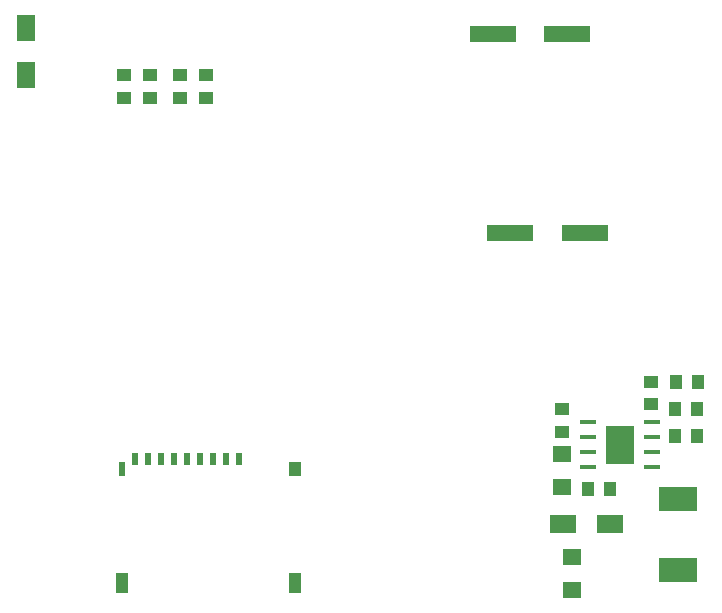
<source format=gbr>
G04 DipTrace 3.3.0.0*
G04 TopPaste.gbr*
%MOIN*%
G04 #@! TF.FileFunction,Paste,Top*
G04 #@! TF.Part,Single*
%ADD63R,0.095118X0.130157*%
%ADD65R,0.054961X0.015984*%
%ADD67R,0.058898X0.090394*%
%ADD71R,0.129764X0.084488*%
%ADD73R,0.023465X0.047087*%
%ADD75R,0.039213X0.047087*%
%ADD77R,0.039213X0.070709*%
%ADD79R,0.019528X0.04315*%
%ADD93R,0.090394X0.058898*%
%ADD99R,0.062835X0.054961*%
%ADD101R,0.04315X0.051024*%
%ADD103R,0.051024X0.04315*%
%ADD105R,0.155354X0.054961*%
%FSLAX26Y26*%
G04*
G70*
G90*
G75*
G01*
G04 TopPaste*
%LPD*%
D105*
X2361016Y2357016D3*
X2112984D3*
X2419016Y1694016D3*
X2170984D3*
D103*
X881516Y2144016D3*
Y2218819D3*
X1156516Y2144016D3*
Y2218819D3*
D101*
X2503570Y839307D3*
X2428766D3*
D99*
X2341570Y846307D3*
Y956543D3*
X2374803Y613286D3*
Y503050D3*
D101*
X2718570Y1015307D3*
X2793373D3*
D93*
X2503570Y722307D3*
X2346089D3*
D79*
X1265016Y941016D3*
X1221709D3*
X1178402D3*
X1135094D3*
X1091787D3*
X1048480D3*
X1005173D3*
X961866D3*
X918559D3*
D77*
X1453205Y525661D3*
D75*
Y907551D3*
D73*
X875252D3*
D77*
Y525661D3*
D71*
X2731016Y807016D3*
Y568827D3*
D67*
X556516Y2219016D3*
Y2376496D3*
D103*
X969016Y2218819D3*
Y2144016D3*
X1069016Y2218819D3*
Y2144016D3*
X2640570Y1197307D3*
Y1122504D3*
D101*
X2796570Y1197307D3*
X2721766D3*
D103*
X2341570Y1106307D3*
Y1031504D3*
D101*
X2718570Y1106307D3*
X2793373D3*
D65*
X2643525Y913255D3*
Y963255D3*
Y1013255D3*
Y1063255D3*
X2430927D3*
Y1013255D3*
Y963255D3*
Y913255D3*
D63*
X2537226Y988255D3*
M02*

</source>
